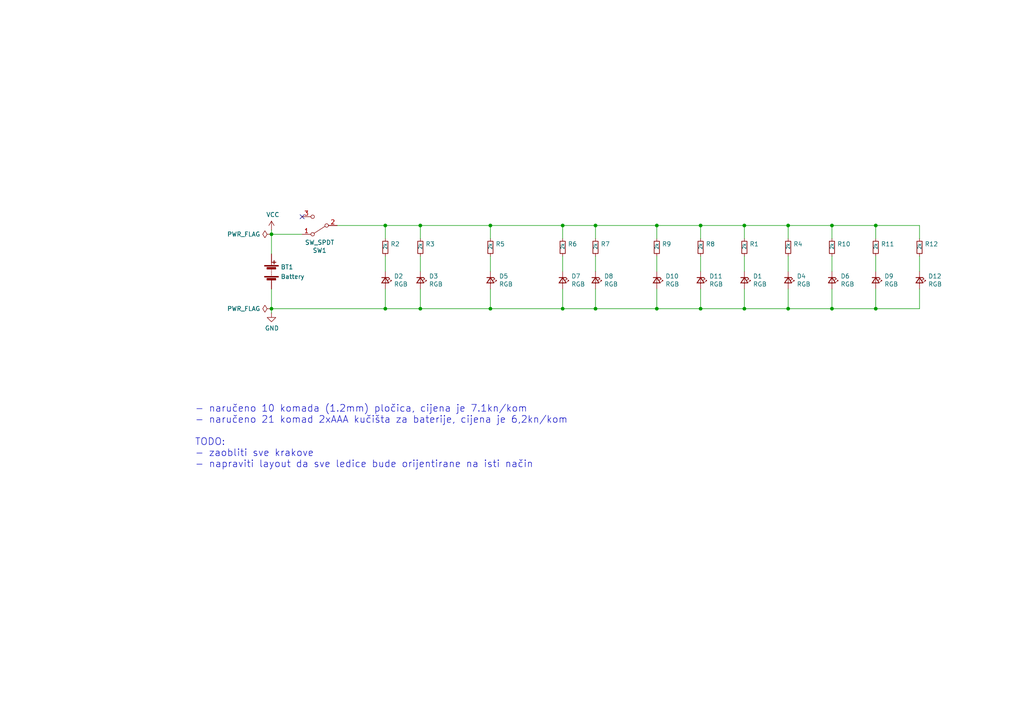
<source format=kicad_sch>
(kicad_sch (version 20211123) (generator eeschema)
  (paper "A4")
  (lib_symbols
    (symbol "Device:LED_Small" (pin_numbers hide) (pin_names (offset 0.254) hide)
      (property "Reference" "D" (at -1.27 3.175 0))
      (property "Value" "LED_Small" (at -4.445 -2.54 0))
      (symbol "LED_Small_0_1"
        (polyline (pts (xy -0.762 -1.016) (xy -0.762 1.016)) (stroke (width 0.254)))
        (polyline (pts (xy 1.016 0) (xy -0.762 0)))
        (polyline (pts (xy 0.762 -1.016) (xy -0.762 0) (xy 0.762 1.016) (xy 0.762 -1.016)) (stroke (width 0.254)))
        (polyline (pts (xy 0 0.762) (xy -0.508 1.27) (xy -0.254 1.27) (xy -0.508 1.27) (xy -0.508 1.016)))
        (polyline (pts (xy 0.508 1.27) (xy 0 1.778) (xy 0.254 1.778) (xy 0 1.778) (xy 0 1.524)))
      )
      (symbol "LED_Small_1_1"
        (pin passive line (at -2.54 0 0) (length 1.778) (name "K") (number "1"))
        (pin passive line (at 2.54 0 180) (length 1.778) (name "A") (number "2"))
      )
    )
    (symbol "Device:R_Small" (pin_numbers hide) (pin_names (offset 0.254) hide)
      (property "Reference" "R" (at 0.762 0.508 0))
      (property "Value" "R_Small" (at 0.762 -1.016 0))
      (symbol "R_Small_0_1"
        (rectangle (start -0.762 1.778) (end 0.762 -1.778) (stroke (width 0.2032)))
      )
      (symbol "R_Small_1_1"
        (pin passive line (at 0 2.54 270) (length 0.762) (name "~") (number "1"))
        (pin passive line (at 0 -2.54 90) (length 0.762) (name "~") (number "2"))
      )
    )
    (symbol "Switch:SW_SPDT" (pin_names (offset 0) hide)
      (property "Reference" "SW" (at 0 4.318 0))
      (property "Value" "SW_SPDT" (at 0 -5.08 0))
      (symbol "SW_SPDT_0_0"
        (circle (center -2.032 0) (radius 0.508))
        (circle (center 2.032 -2.54) (radius 0.508))
      )
      (symbol "SW_SPDT_0_1"
        (polyline (pts (xy -1.524 0.254) (xy 1.651 2.286)))
        (circle (center 2.032 2.54) (radius 0.508))
      )
      (symbol "SW_SPDT_1_1"
        (pin passive line (at 5.08 2.54 180) (length 2.54) (name "A") (number "1"))
        (pin passive line (at -5.08 0 0) (length 2.54) (name "B") (number "2"))
        (pin passive line (at 5.08 -2.54 180) (length 2.54) (name "C") (number "3"))
      )
    )
    (symbol "Symbols:Battery" (pin_numbers hide) (pin_names (offset 0) hide)
      (property "Reference" "BT" (at 2.54 2.54 0))
      (property "Value" "Battery" (at 2.54 0 0))
      (symbol "Battery_0_1"
        (rectangle (start -2.032 -1.397) (end 2.032 -1.651) (fill (type outline)))
        (rectangle (start -2.032 1.778) (end 2.032 1.524) (fill (type outline)))
        (rectangle (start -1.3208 -1.9812) (end 1.27 -2.4892) (fill (type outline)))
        (rectangle (start -1.3208 1.1938) (end 1.27 0.6858) (fill (type outline)))
        (polyline (pts (xy 0 -1.524) (xy 0 -1.27)))
        (polyline (pts (xy 0 -1.016) (xy 0 -0.762)))
        (polyline (pts (xy 0 -0.508) (xy 0 -0.254)))
        (polyline (pts (xy 0 0) (xy 0 0.254)))
        (polyline (pts (xy 0 0.508) (xy 0 0.762)))
        (polyline (pts (xy 0 1.778) (xy 0 2.54)))
        (polyline (pts (xy 0.254 2.667) (xy 1.27 2.667)) (stroke (width 0.254)))
        (polyline (pts (xy 0.762 3.175) (xy 0.762 2.159)) (stroke (width 0.254)))
      )
      (symbol "Battery_1_1"
        (pin passive line (at 0 -5.08 90) (length 2.54) (name "-") (number "1"))
        (pin passive line (at 0 -1.524 90) (length 2.54) hide (name "") (number "2"))
        (pin passive line (at 0 5.08 270) (length 2.54) (name "+") (number "3"))
      )
    )
    (symbol "power:GND" (power) (pin_names (offset 0))
      (property "Value" "GND" (at 0 -3.81 0))
      (symbol "GND_0_1"
        (polyline (pts (xy 0 0) (xy 0 -1.27) (xy 1.27 -1.27) (xy 0 -2.54) (xy -1.27 -1.27) (xy 0 -1.27)))
      )
      (symbol "GND_1_1"
        (pin power_in line (at 0 0 270) (length 0) hide (name "GND") (number "1"))
      )
    )
    (symbol "power:PWR_FLAG" (power) (pin_numbers hide) (pin_names (offset 0) hide)
      (property "Value" "PWR_FLAG" (at 0 3.81 0))
      (symbol "PWR_FLAG_0_0"
        (pin power_out line (at 0 0 90) (length 0) (name "pwr") (number "1"))
      )
      (symbol "PWR_FLAG_0_1"
        (polyline (pts (xy 0 0) (xy 0 1.27) (xy -1.016 1.905) (xy 0 2.54) (xy 1.016 1.905) (xy 0 1.27)))
      )
    )
    (symbol "power:VCC" (power) (pin_names (offset 0))
      (property "Value" "VCC" (at 0 3.81 0))
      (symbol "VCC_0_1"
        (polyline (pts (xy -0.762 1.27) (xy 0 2.54)))
        (polyline (pts (xy 0 0) (xy 0 2.54)))
        (polyline (pts (xy 0 2.54) (xy 0.762 1.27)))
      )
      (symbol "VCC_1_1"
        (pin power_in line (at 0 0 90) (length 0) hide (name "VCC") (number "1"))
      )
    )
  )
  (junction (at 142.24 89.535))
  (junction (at 190.5 89.535))
  (junction (at 228.6 65.405))
  (junction (at 111.76 89.535))
  (junction (at 215.9 65.405))
  (junction (at 121.92 89.535))
  (junction (at 228.6 89.535))
  (junction (at 241.3 65.405))
  (junction (at 172.72 89.535))
  (junction (at 111.76 65.405))
  (junction (at 121.92 65.405))
  (junction (at 190.5 65.405))
  (junction (at 254 65.405))
  (junction (at 142.24 65.405))
  (junction (at 203.2 89.535))
  (junction (at 78.74 89.535))
  (junction (at 215.9 89.535))
  (junction (at 172.72 65.405))
  (junction (at 78.74 67.945))
  (junction (at 203.2 65.405))
  (junction (at 254 89.535))
  (junction (at 241.3 89.535))
  (junction (at 163.195 89.535))
  (junction (at 163.195 65.405))
  (no_connect (at 87.63 62.865))
  (wire (pts (xy 121.92 89.535) (xy 142.24 89.535)))
  (wire (pts (xy 142.24 74.295) (xy 142.24 78.74)))
  (wire (pts (xy 241.3 69.215) (xy 241.3 65.405)))
  (wire (pts (xy 266.7 74.295) (xy 266.7 78.74)))
  (wire (pts (xy 190.5 65.405) (xy 203.2 65.405)))
  (wire (pts (xy 111.76 83.82) (xy 111.76 89.535)))
  (wire (pts (xy 215.9 74.295) (xy 215.9 78.74)))
  (wire (pts (xy 97.79 65.405) (xy 111.76 65.405)))
  (wire (pts (xy 254 74.295) (xy 254 78.74)))
  (wire (pts (xy 111.76 69.215) (xy 111.76 65.405)))
  (wire (pts (xy 190.5 69.215) (xy 190.5 65.405)))
  (wire (pts (xy 266.7 69.215) (xy 266.7 65.405)))
  (wire (pts (xy 142.24 89.535) (xy 163.195 89.535)))
  (wire (pts (xy 172.72 89.535) (xy 190.5 89.535)))
  (wire (pts (xy 78.74 73.66) (xy 78.74 67.945)))
  (wire (pts (xy 203.2 74.295) (xy 203.2 78.74)))
  (wire (pts (xy 78.74 90.805) (xy 78.74 89.535)))
  (wire (pts (xy 203.2 69.215) (xy 203.2 65.405)))
  (wire (pts (xy 121.92 65.405) (xy 111.76 65.405)))
  (wire (pts (xy 266.7 83.82) (xy 266.7 89.535)))
  (wire (pts (xy 241.3 83.82) (xy 241.3 89.535)))
  (wire (pts (xy 142.24 83.82) (xy 142.24 89.535)))
  (wire (pts (xy 78.74 67.945) (xy 87.63 67.945)))
  (wire (pts (xy 78.74 89.535) (xy 111.76 89.535)))
  (wire (pts (xy 190.5 89.535) (xy 203.2 89.535)))
  (wire (pts (xy 203.2 65.405) (xy 215.9 65.405)))
  (wire (pts (xy 163.195 65.405) (xy 172.72 65.405)))
  (wire (pts (xy 121.92 74.295) (xy 121.92 78.74)))
  (wire (pts (xy 111.76 74.295) (xy 111.76 78.74)))
  (wire (pts (xy 163.195 89.535) (xy 172.72 89.535)))
  (wire (pts (xy 203.2 83.82) (xy 203.2 89.535)))
  (wire (pts (xy 190.5 74.295) (xy 190.5 78.74)))
  (wire (pts (xy 142.24 69.215) (xy 142.24 65.405)))
  (wire (pts (xy 142.24 65.405) (xy 163.195 65.405)))
  (wire (pts (xy 172.72 74.295) (xy 172.72 78.74)))
  (wire (pts (xy 241.3 65.405) (xy 254 65.405)))
  (wire (pts (xy 78.74 66.675) (xy 78.74 67.945)))
  (wire (pts (xy 163.195 74.295) (xy 163.195 78.74)))
  (wire (pts (xy 121.92 83.82) (xy 121.92 89.535)))
  (wire (pts (xy 215.9 83.82) (xy 215.9 89.535)))
  (wire (pts (xy 111.76 89.535) (xy 121.92 89.535)))
  (wire (pts (xy 241.3 74.295) (xy 241.3 78.74)))
  (wire (pts (xy 228.6 65.405) (xy 241.3 65.405)))
  (wire (pts (xy 172.72 83.82) (xy 172.72 89.535)))
  (wire (pts (xy 254 89.535) (xy 266.7 89.535)))
  (wire (pts (xy 163.195 69.215) (xy 163.195 65.405)))
  (wire (pts (xy 254 65.405) (xy 266.7 65.405)))
  (wire (pts (xy 241.3 89.535) (xy 254 89.535)))
  (wire (pts (xy 215.9 69.215) (xy 215.9 65.405)))
  (wire (pts (xy 228.6 74.295) (xy 228.6 78.74)))
  (wire (pts (xy 228.6 83.82) (xy 228.6 89.535)))
  (wire (pts (xy 190.5 83.82) (xy 190.5 89.535)))
  (wire (pts (xy 121.92 65.405) (xy 142.24 65.405)))
  (wire (pts (xy 254 83.82) (xy 254 89.535)))
  (wire (pts (xy 172.72 65.405) (xy 190.5 65.405)))
  (wire (pts (xy 228.6 89.535) (xy 241.3 89.535)))
  (wire (pts (xy 215.9 89.535) (xy 228.6 89.535)))
  (wire (pts (xy 121.92 69.215) (xy 121.92 65.405)))
  (wire (pts (xy 254 69.215) (xy 254 65.405)))
  (wire (pts (xy 163.195 83.82) (xy 163.195 89.535)))
  (wire (pts (xy 203.2 89.535) (xy 215.9 89.535)))
  (wire (pts (xy 78.74 83.82) (xy 78.74 89.535)))
  (wire (pts (xy 228.6 69.215) (xy 228.6 65.405)))
  (wire (pts (xy 172.72 69.215) (xy 172.72 65.405)))
  (wire (pts (xy 215.9 65.405) (xy 228.6 65.405)))
  (text "- naručeno 10 komada (1.2mm) pločica, cijena je 7.1kn/kom\n- naručeno 21 komad 2xAAA kučišta za baterije, cijena je 6,2kn/kom\n\nTODO:\n- zaobliti sve krakove\n- napraviti layout da sve ledice bude orijentirane na isti način" (at 56.515 135.89 0) (effects (font (size 2 2)) (justify left bottom)))
  (symbol (lib_id "Device:LED_Small") (at 111.76 81.28 270) (unit 1)
    (property "Reference" "D2" (at 114.2492 80.1116 90) (effects (justify left)))
    (property "Value" "RGB" (at 114.2492 82.423 90) (effects (justify left)))
    (property "Footprint" "Library:LED-0807" (effects hide))
  )
  (symbol (lib_id "Device:LED_Small") (at 121.92 81.28 270) (unit 1)
    (property "Reference" "D3" (at 124.4092 80.1116 90) (effects (justify left)))
    (property "Value" "RGB" (at 124.4092 82.423 90) (effects (justify left)))
    (property "Footprint" "Library:LED-0807" (effects hide))
  )
  (symbol (lib_id "Device:LED_Small") (at 142.24 81.28 270) (unit 1)
    (property "Reference" "D5" (at 144.7292 80.1116 90) (effects (justify left)))
    (property "Value" "RGB" (at 144.7292 82.423 90) (effects (justify left)))
    (property "Footprint" "Library:LED-0807" (effects hide))
  )
  (symbol (lib_id "Device:LED_Small") (at 172.72 81.28 270) (unit 1)
    (property "Reference" "D8" (at 175.2092 80.1116 90) (effects (justify left)))
    (property "Value" "RGB" (at 175.2092 82.423 90) (effects (justify left)))
    (property "Footprint" "Library:LED-0807" (effects hide))
  )
  (symbol (lib_id "Switch:SW_SPDT") (at 92.71 65.405 180) (unit 1)
    (property "Reference" "SW1" (at 92.71 72.644 0))
    (property "Value" "SW_SPDT" (at 92.71 70.3326 0))
    (property "Footprint" "Button_Switch_SMD:SW_SPDT_PCM12" (effects hide))
  )
  (symbol (lib_id "power:GND") (at 78.74 90.805 0) (unit 1)
    (property "Reference" "#PWR0101" (effects hide))
    (property "Value" "GND" (at 78.867 95.1992 0))
  )
  (symbol (lib_id "power:VCC") (at 78.74 66.675 0) (unit 1)
    (property "Reference" "#PWR0102" (effects hide))
    (property "Value" "VCC" (at 79.121 62.2808 0))
  )
  (symbol (lib_id "Device:LED_Small") (at 163.195 81.28 270) (unit 1)
    (property "Reference" "D7" (at 165.6842 80.1116 90) (effects (justify left)))
    (property "Value" "RGB" (at 165.6842 82.423 90) (effects (justify left)))
    (property "Footprint" "Library:LED-0807" (effects hide))
  )
  (symbol (lib_id "Device:LED_Small") (at 203.2 81.28 270) (unit 1)
    (property "Reference" "D11" (at 205.6892 80.1116 90) (effects (justify left)))
    (property "Value" "RGB" (at 205.6892 82.423 90) (effects (justify left)))
    (property "Footprint" "Library:LED-0807" (effects hide))
  )
  (symbol (lib_id "power:PWR_FLAG") (at 78.74 67.945 90) (unit 1)
    (property "Reference" "#FLG0101" (effects hide))
    (property "Value" "PWR_FLAG" (at 75.5142 67.945 90) (effects (justify left)))
  )
  (symbol (lib_id "power:PWR_FLAG") (at 78.74 89.535 90) (unit 1)
    (property "Reference" "#FLG0102" (effects hide))
    (property "Value" "PWR_FLAG" (at 75.5142 89.535 90) (effects (justify left)))
  )
  (symbol (lib_id "Device:R_Small") (at 111.76 71.755 0) (unit 1)
    (property "Reference" "R2" (at 113.2586 70.7898 0) (effects (justify left)))
    (property "Value" "2k" (at 111.76 72.39 90) (effects (font (size 0.9906 0.9906)) (justify left)))
    (property "Footprint" "Resistor_SMD:R_0603_1608Metric" (effects hide))
  )
  (symbol (lib_id "Device:R_Small") (at 121.92 71.755 0) (unit 1)
    (property "Reference" "R3" (at 123.4186 70.7898 0) (effects (justify left)))
    (property "Value" "2k" (at 121.92 72.39 90) (effects (font (size 0.9906 0.9906)) (justify left)))
    (property "Footprint" "Resistor_SMD:R_0603_1608Metric" (effects hide))
  )
  (symbol (lib_id "Device:R_Small") (at 142.24 71.755 0) (unit 1)
    (property "Reference" "R5" (at 143.7386 70.7898 0) (effects (justify left)))
    (property "Value" "2k" (at 142.24 72.39 90) (effects (font (size 0.9906 0.9906)) (justify left)))
    (property "Footprint" "Resistor_SMD:R_0603_1608Metric" (effects hide))
  )
  (symbol (lib_id "Device:R_Small") (at 163.195 71.755 0) (unit 1)
    (property "Reference" "R6" (at 164.6936 70.7898 0) (effects (justify left)))
    (property "Value" "2k" (at 163.195 72.39 90) (effects (font (size 0.9906 0.9906)) (justify left)))
    (property "Footprint" "Resistor_SMD:R_0603_1608Metric" (effects hide))
  )
  (symbol (lib_id "Device:R_Small") (at 172.72 71.755 0) (unit 1)
    (property "Reference" "R7" (at 174.2186 70.7898 0) (effects (justify left)))
    (property "Value" "2k" (at 172.72 72.39 90) (effects (font (size 0.9906 0.9906)) (justify left)))
    (property "Footprint" "Resistor_SMD:R_0603_1608Metric" (effects hide))
  )
  (symbol (lib_id "Device:R_Small") (at 203.2 71.755 0) (unit 1)
    (property "Reference" "R8" (at 204.6986 70.7898 0) (effects (justify left)))
    (property "Value" "2k" (at 203.2 72.39 90) (effects (font (size 0.9906 0.9906)) (justify left)))
    (property "Footprint" "Resistor_SMD:R_0603_1608Metric" (effects hide))
  )
  (symbol (lib_id "Device:LED_Small") (at 215.9 81.28 270) (unit 1)
    (property "Reference" "D1" (at 218.3892 80.1116 90) (effects (justify left)))
    (property "Value" "RGB" (at 218.3892 82.423 90) (effects (justify left)))
    (property "Footprint" "Library:LED-0807" (effects hide))
  )
  (symbol (lib_id "Device:R_Small") (at 241.3 71.755 0) (unit 1)
    (property "Reference" "R10" (at 242.7986 70.7898 0) (effects (justify left)))
    (property "Value" "2k" (at 241.3 72.39 90) (effects (font (size 0.9906 0.9906)) (justify left)))
    (property "Footprint" "Resistor_SMD:R_0603_1608Metric" (effects hide))
  )
  (symbol (lib_id "Device:R_Small") (at 254 71.755 0) (unit 1)
    (property "Reference" "R11" (at 255.4986 70.7898 0) (effects (justify left)))
    (property "Value" "2k" (at 254 72.39 90) (effects (font (size 0.9906 0.9906)) (justify left)))
    (property "Footprint" "Resistor_SMD:R_0603_1608Metric" (effects hide))
  )
  (symbol (lib_id "Device:LED_Small") (at 254 81.28 270) (unit 1)
    (property "Reference" "D9" (at 256.4892 80.1116 90) (effects (justify left)))
    (property "Value" "RGB" (at 256.4892 82.423 90) (effects (justify left)))
    (property "Footprint" "Library:LED-0807" (effects hide))
  )
  (symbol (lib_id "Device:R_Small") (at 228.6 71.755 0) (unit 1)
    (property "Reference" "R4" (at 230.0986 70.7898 0) (effects (justify left)))
    (property "Value" "2k" (at 228.6 72.39 90) (effects (font (size 0.9906 0.9906)) (justify left)))
    (property "Footprint" "Resistor_SMD:R_0603_1608Metric" (effects hide))
  )
  (symbol (lib_id "Device:LED_Small") (at 228.6 81.28 270) (unit 1)
    (property "Reference" "D4" (at 231.0892 80.1116 90) (effects (justify left)))
    (property "Value" "RGB" (at 231.0892 82.423 90) (effects (justify left)))
    (property "Footprint" "Library:LED-0807" (effects hide))
  )
  (symbol (lib_id "Device:LED_Small") (at 190.5 81.28 270) (unit 1)
    (property "Reference" "D10" (at 192.9892 80.1116 90) (effects (justify left)))
    (property "Value" "RGB" (at 192.9892 82.423 90) (effects (justify left)))
    (property "Footprint" "Library:LED-0807" (effects hide))
  )
  (symbol (lib_id "Device:LED_Small") (at 241.3 81.28 270) (unit 1)
    (property "Reference" "D6" (at 243.7892 80.1116 90) (effects (justify left)))
    (property "Value" "RGB" (at 243.7892 82.423 90) (effects (justify left)))
    (property "Footprint" "Library:LED-0807" (effects hide))
  )
  (symbol (lib_id "Device:LED_Small") (at 266.7 81.28 270) (unit 1)
    (property "Reference" "D12" (at 269.1892 80.1116 90) (effects (justify left)))
    (property "Value" "RGB" (at 269.1892 82.423 90) (effects (justify left)))
    (property "Footprint" "Library:LED-0807" (effects hide))
  )
  (symbol (lib_id "Symbols:Battery") (at 78.74 78.74 0) (unit 1)
    (property "Reference" "BT1" (at 81.407 77.4505 0) (effects (justify left)))
    (property "Value" "Battery" (at 81.407 80.2256 0) (effects (justify left)))
    (property "Footprint" "Library:2xAAA-422-SMT" (effects hide))
  )
  (symbol (lib_id "Device:R_Small") (at 266.7 71.755 0) (unit 1)
    (property "Reference" "R12" (at 268.1986 70.7898 0) (effects (justify left)))
    (property "Value" "2k" (at 266.7 72.39 90) (effects (font (size 0.9906 0.9906)) (justify left)))
    (property "Footprint" "Resistor_SMD:R_0603_1608Metric" (effects hide))
  )
  (symbol (lib_id "Device:R_Small") (at 190.5 71.755 0) (unit 1)
    (property "Reference" "R9" (at 191.9986 70.7898 0) (effects (justify left)))
    (property "Value" "2k" (at 190.5 72.39 90) (effects (font (size 0.9906 0.9906)) (justify left)))
    (property "Footprint" "Resistor_SMD:R_0603_1608Metric" (effects hide))
  )
  (symbol (lib_id "Device:R_Small") (at 215.9 71.755 0) (unit 1)
    (property "Reference" "R1" (at 217.3986 70.7898 0) (effects (justify left)))
    (property "Value" "2k" (at 215.9 72.39 90) (effects (font (size 0.9906 0.9906)) (justify left)))
    (property "Footprint" "Resistor_SMD:R_0603_1608Metric" (effects hide))
  )
)
</source>
